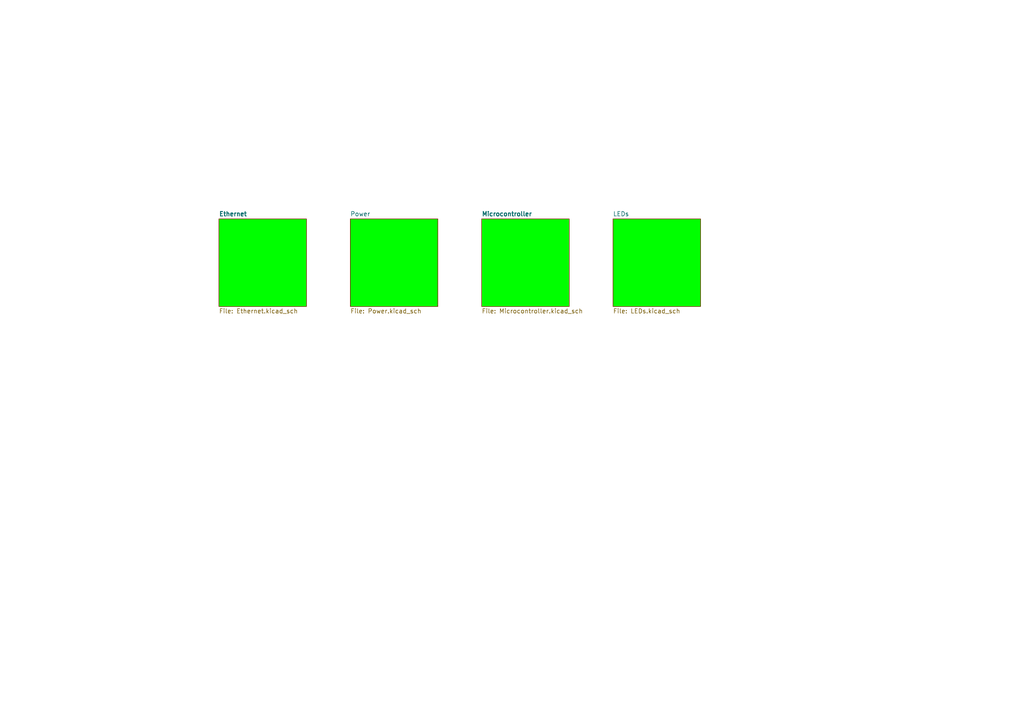
<source format=kicad_sch>
(kicad_sch (version 20230121) (generator eeschema)
  (paper "A4")
  (lib_symbols)
  (sheet (at 101.6 63.5) (size 25.4 25.4) (stroke (width 0.1524)) (fill (color 0 255 0 1.0000))
    (property "Sheetname" "Power" (at 101.6 62.7884 0) (effects (justify left bottom)))
    (property "Sheetfile" "Power.kicad_sch" (at 101.6 89.4846 0) (effects (justify left top)))
  )
  (sheet (at 177.8 63.5) (size 25.4 25.4) (stroke (width 0.1524)) (fill (color 0 255 0 1.0000))
    (property "Sheetname" "LEDs" (at 177.8 62.7884 0) (effects (justify left bottom)))
    (property "Sheetfile" "LEDs.kicad_sch" (at 177.8 89.4846 0) (effects (justify left top)))
  )
  (sheet (at 63.5 63.5) (size 25.4 25.4) (stroke (width 0.1524)) (fill (color 0 255 0 1.0000))
    (property "Sheetname" "Ethernet" (at 63.5 62.7884 0) (effects (font bold) (justify left bottom)))
    (property "Sheetfile" "Ethernet.kicad_sch" (at 63.5 89.4846 0) (effects (justify left top)))
  )
  (sheet (at 139.7 63.5) (size 25.4 25.4) (stroke (width 0.1524)) (fill (color 0 255 0 1.0000))
    (property "Sheetname" "Microcontroller" (at 139.7 62.7884 0) (effects (font bold) (justify left bottom)))
    (property "Sheetfile" "Microcontroller.kicad_sch" (at 139.7 89.4846 0) (effects (justify left top)))
  )
)
</source>
